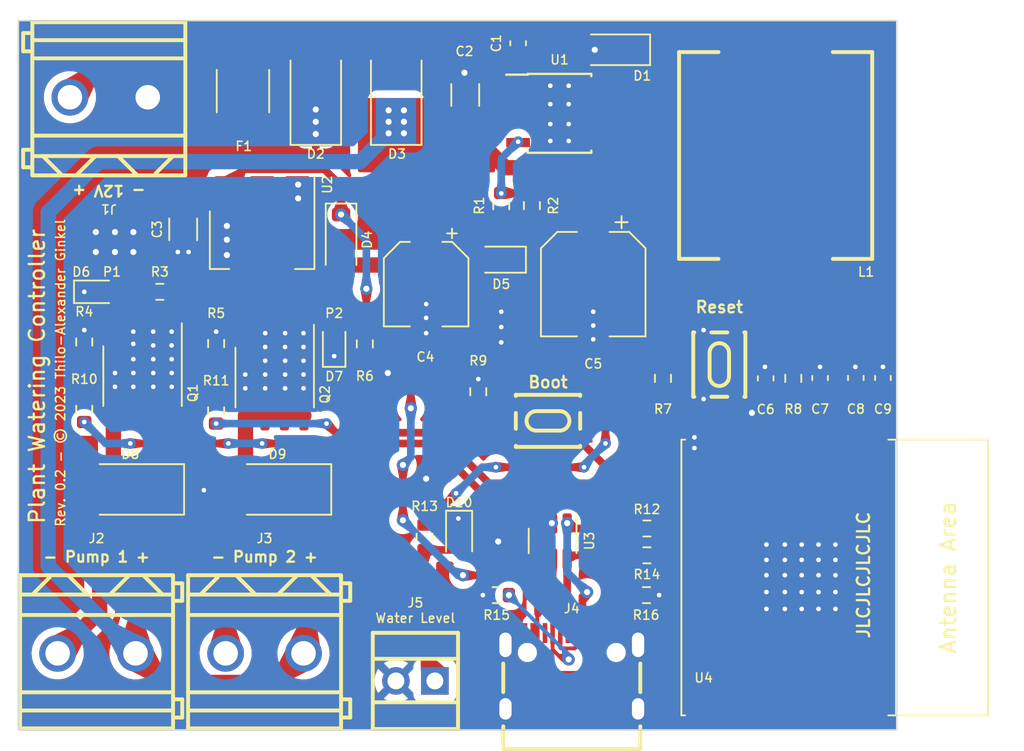
<source format=kicad_pcb>
(kicad_pcb (version 20230410) (generator pcbnew)
  (title_block (title "ESP32-C3 Plant Watering Controller") (date "2023-06-26") (rev "0.2") (company "Thilo-Alexander Ginkel"))
  (layers (0 "F.Cu" signal) (31 "B.Cu" signal) (34 "B.Paste" user) (35 "F.Paste" user) (36 "B.SilkS" user "B.Silkscreen") (37 "F.SilkS" user "F.Silkscreen") (38 "B.Mask" user) (39 "F.Mask" user) (44 "Edge.Cuts" user))
  (net 0 "")
  (net 1 "/USB_VBUS")
  (net 2 "GND")
  (net 3 "+12V")
  (net 4 "Net-(D1-K)")
  (net 5 "+3V3")
  (net 6 "Net-(D6-A)")
  (net 7 "/EN")
  (net 8 "Net-(D4-A)")
  (net 9 "/GPIO6")
  (net 10 "/USB_D+")
  (net 11 "/GPIO3")
  (net 12 "/GPIO4")
  (net 13 "/GPIO5")
  (net 14 "/GPIO7")
  (net 15 "/GPIO10")
  (net 16 "/UART_Rx")
  (net 17 "/UART_Tx")
  (net 18 "/GPIO2")
  (net 19 "/GPIO1")
  (net 20 "/GPIO0")
  (net 21 "Net-(U1-BOOT)")
  (net 22 "Net-(D2-A2)")
  (net 23 "Net-(D7-A)")
  (net 24 "Net-(J1-Pin_1)")
  (net 25 "Net-(J4-CC1)")
  (net 27 "Net-(J4-CC2)")
  (net 29 "Net-(U1-VSENSE)")
  (net 30 "Net-(U4-GPIO8)")
  (net 31 "Net-(U4-GPIO19{slash}USB_D+)")
  (net 32 "Net-(U4-GPIO18{slash}USB_D-)")
  (net 33 "Net-(SW2-A)")
  (net 39 "/USB_D-")
  (net 40 "Net-(D9-A)")
  (net 41 "Net-(D10-A)")
  (net 42 "Net-(R7-Pad1)")
  (net 43 "Net-(Q1-G)")
  (net 44 "Net-(Q2-G)")
  (footprint "Diode_SMD:D_SMA" (layer "F.Cu") (at 135.75 39.5 90)
    (fp_text reference "D3")
    (fp_text value "SS52" hide)
  )
  (footprint "Resistor_SMD:R_0603_1608Metric" (layer "F.Cu") (at 142.275 72.4 180)
    (fp_text reference "R15")
    (fp_text value "5.1k" hide)
  )
  (footprint "Resistor_SMD:R_0603_1608Metric" (layer "F.Cu") (at 115.395 55.875 90)
    (fp_text reference "R4")
    (fp_text value "47k" hide)
  )
  (footprint "lcsc:IND-SMD_L12.6-W13.5" (layer "F.Cu") (at 160.5 43.7 -90)
    (fp_text reference "L1")
    (fp_text value "68uH" hide)
  )
  (footprint "Capacitor_SMD:C_0603_1608Metric" (layer "F.Cu") (at 159.85 58.25 -90)
    (fp_text reference "C6")
    (fp_text value "100n" hide)
  )
  (footprint "Resistor_SMD:R_0603_1608Metric" (layer "F.Cu") (at 142.6 46.975 90)
    (fp_text reference "R1")
    (fp_text value "5.9k" hide)
  )
  (footprint "Resistor_SMD:R_0603_1608Metric" (layer "F.Cu") (at 141.1 59.125 90)
    (fp_text reference "R9")
    (fp_text value "10k" hide)
  )
  (footprint "lcsc:CONN-TH_2P-P5.08_DB128L-5.08-2P-GN-P" (layer "F.Cu") (at 116.999 39.9)
    (fp_text reference "J1")
    (fp_text value "- 12V +")
  )
  (footprint "Resistor_SMD:R_0603_1608Metric" (layer "F.Cu") (at 115.395 60.275 90)
    (fp_text reference "R10")
    (fp_text value "100" hide)
  )
  (footprint "lcsc:CONN-TH_DB125-2.54-2P-GN" (layer "F.Cu") (at 137 78 180)
    (fp_text reference "J5")
    (fp_text value "Water Level")
  )
  (footprint "Resistor_SMD:R_0603_1608Metric" (layer "F.Cu") (at 133.7 56 90)
    (fp_text reference "R6")
    (fp_text value "1k" hide)
  )
  (footprint "Capacitor_SMD:CP_Elec_5x5.8" (layer "F.Cu") (at 137.7 52.1 -90)
    (fp_text reference "C4")
    (fp_text value "10uF" hide)
  )
  (footprint "LED_SMD:LED_0603_1608Metric" (layer "F.Cu") (at 131.7 56.0125 90)
    (fp_text reference "D7")
    (fp_text value "LED" hide)
  )
  (footprint "Capacitor_SMD:C_0603_1608Metric" (layer "F.Cu") (at 163.4 58.225 90)
    (fp_text reference "C7")
    (fp_text value "1u" hide)
  )
  (footprint "lcsc:SW-SMD_4P-L4.2-W3.3-P2.15-LS5.1" (layer "F.Cu") (at 145.65 61.025)
    (fp_text reference "SW2" hide)
    (fp_text value "Boot")
  )
  (footprint "Diode_SMD:D_SOD-123F" (layer "F.Cu") (at 150.1 36.8 180)
    (fp_text reference "D1")
    (fp_text value "PMEG6010CEH,115" hide)
  )
  (footprint "Capacitor_SMD:C_0603_1608Metric" (layer "F.Cu") (at 167.5 58.225 90)
    (fp_text reference "C9")
    (fp_text value "10u" hide)
  )
  (footprint "Package_TO_SOT_SMD:SOT-23-6" (layer "F.Cu") (at 145.95 68.8625 -90)
    (fp_text reference "U3")
    (fp_text value "SRV05-4" hide)
  )
  (footprint "Resistor_SMD:R_0603_1608Metric" (layer "F.Cu") (at 124 60.375 90)
    (fp_text reference "R11")
    (fp_text value "100" hide)
  )
  (footprint "Package_SO:TI_SO-PowerPAD-8_ThermalVias" (layer "F.Cu") (at 146.4 40.95)
    (fp_text reference "U1")
    (fp_text value "TPS5430DDA" hide)
  )
  (footprint "LED_SMD:LED_0603_1608Metric" (layer "F.Cu") (at 116.2125 52.6)
    (fp_text reference "D6")
    (fp_text value "LED" hide)
  )
  (footprint "lcsc:CONN-TH_2P-P5.08_DB128L-5.08-2P-GN-P" (layer "F.Cu") (at 127.16 76.2 180)
    (fp_text reference "J3")
    (fp_text value "- Pump 2 +")
  )
  (footprint "lcsc:CONN-TH_2P-P5.08_DB128L-5.08-2P-GN-P" (layer "F.Cu") (at 116.2 76.2 180)
    (fp_text reference "J2")
    (fp_text value "- Pump 1 +")
  )
  (footprint "Capacitor_SMD:C_1206_3216Metric" (layer "F.Cu") (at 121.85 48.525 -90)
    (fp_text reference "C3")
    (fp_text value "10uF" hide)
  )
  (footprint "Capacitor_SMD:C_0603_1608Metric" (layer "F.Cu") (at 165.73 58.225 90)
    (fp_text reference "C8")
    (fp_text value "100n" hide)
  )
  (footprint "Package_SO:SOIC-8_3.9x4.9mm_P1.27mm" (layer "F.Cu") (at 119.2 58.1 -90)
    (fp_text reference "Q1")
    (fp_text value "IRF7401" hide)
  )
  (footprint "Package_SO:SOIC-8_3.9x4.9mm_P1.27mm" (layer "F.Cu") (at 127.82 58.2 -90)
    (fp_text reference "Q2")
    (fp_text value "IRF7401" hide)
  )
  (footprint "Diode_SMD:D_SOD-323" (layer "F.Cu") (at 142.6 50.5 180)
    (fp_text reference "D5")
    (fp_text value "CUS10S30,H3F" hide)
  )
  (footprint "Resistor_SMD:R_0603_1608Metric" (layer "F.Cu") (at 161.65 58.25 -90)
    (fp_text reference "R8")
    (fp_text value "10k" hide)
  )
  (footprint "Resistor_SMD:R_0603_1608Metric" (layer "F.Cu") (at 152.1 69.8 180)
    (fp_text reference "R14")
    (fp_text value "27" hide)
  )
  (footprint "Diode_SMD:D_SOD-323" (layer "F.Cu") (at 139.85 68.5 -90)
    (fp_text reference "D10")
    (fp_text value "LC03CI" hide)
  )
  (footprint "Resistor_SMD:R_0603_1608Metric" (layer "F.Cu") (at 152.1 68.05 180)
    (fp_text reference "R12")
    (fp_text value "27" hide)
  )
  (footprint "Diode_SMD:D_SOD-123" (layer "F.Cu") (at 132.15 49.2 -90)
    (fp_text reference "D4")
    (fp_text value "1N4148" hide)
  )
  (footprint "lcsc:SW-SMD_4P-L4.2-W3.3-P2.15-LS5.1" (layer "F.Cu") (at 156.825 57.35 90)
    (fp_text reference "SW1" hide)
    (fp_text value "Reset")
  )
  (footprint "Capacitor_SMD:C_1206_3216Metric" (layer "F.Cu") (at 140.25 39.75 90)
    (fp_text reference "C2")
    (fp_text value "10uF" hide)
  )
  (footprint "Resistor_SMD:R_0603_1608Metric" (layer "F.Cu") (at 152.075 72.4)
    (fp_text reference "R16")
    (fp_text value "5.1k" hide)
  )
  (footprint "Resistor_SMD:R_0603_1608Metric" (layer "F.Cu") (at 144.6 46.975 90)
    (fp_text reference "R2")
    (fp_text value "10k" hide)
  )
  (footprint "Fuse:Fuse_1812_4532Metric" (layer "F.Cu") (at 125.75 39.5 90)
    (fp_text reference "F1")
    (fp_text value "BSMD1812-200-24V" hide)
  )
  (footprint "Resistor_SMD:R_0603_1608Metric" (layer "F.Cu") (at 120.325 52.6 180)
    (fp_text reference "R3")
    (fp_text value "1k" hide)
  )
  (footprint "Diode_SMD:D_SMA" (layer "F.Cu") (at 130.5 39.5 90)
    (fp_text reference "D2")
    (fp_text value "SMAJ15CA" hide)
  )
  (footprint "Resistor_SMD:R_0603_1608Metric" (layer "F.Cu") (at 124 55.975 90)
    (fp_text reference "R5")
    (fp_text value "47k" hide)
  )
  (footprint "Resistor_SMD:R_0603_1608Metric" (layer "F.Cu") (at 153.15 58.25 -90)
    (fp_text reference "R7")
    (fp_text value "10k" hide)
  )
  (footprint "Capacitor_SMD:C_0603_1608Metric" (layer "F.Cu") (at 143.7 36.375 90)
    (fp_text reference "C1")
    (fp_text value "10nF" hide)
  )
  (footprint "Diode_SMD:D_SMA" (layer "F.Cu") (at 118.4 65.5 180)
    (fp_text reference "D8")
    (fp_text value "SS56" hide)
  )
  (footprint "lcsc:USB-C_SMD-TYPE-C-31-M-12" (layer "F.Cu") (at 147.2 77.3515)
    (fp_text reference "J4")
    (fp_text value "USB_C_Receptacle_USB2.0" hide)
  )
  (footprint "Package_TO_SOT_SMD:SOT-223-3_TabPin2" (layer "F.Cu") (at 127 49.2 -90)
    (fp_text reference "U2")
    (fp_text value "AMS1117-3.3" hide)
  )
  (footprint "Resistor_SMD:R_0603_1608Metric" (layer "F.Cu") (at 137.6 68.625 90)
    (fp_text reference "R13")
    (fp_text value "47k" hide)
  )
  (footprint "Diode_SMD:D_SMA" (layer "F.Cu") (at 128 65.5 180)
    (fp_text reference "D9")
    (fp_text value "SS56" hide)
  )
  (footprint "PCM_Espressif:ESP32-C3-WROOM-02" (layer "F.Cu") (at 161.35 71.25 -90)
    (fp_text reference "U4")
    (fp_text value "ESP32-C3-WROOM-02" hide)
  )
  (footprint "Capacitor_SMD:CP_Elec_6.3x7.7" (layer "F.Cu") (at 148.6 52.1 -90)
    (fp_text reference "C5")
    (fp_text value "150uF" hide)
  )
  (gr_line (start 111.1 34.9) (end 111.1 81.2) (stroke (width 0.1)) (layer "Edge.Cuts"))
  (gr_line (start 168.4 34.9) (end 111.1 34.9) (stroke (width 0.1)) (layer "Edge.Cuts"))
  (gr_line (start 168.4 81.2) (end 168.4 34.9) (stroke (width 0.1)) (layer "Edge.Cuts"))
  (gr_line (start 111.1 81.2) (end 168.4 81.2) (stroke (width 0.1)) (layer "Edge.Cuts"))
  (gr_text "Rev. 0.2 - © 2023 Thilo-Alexander Ginkel" (at 114.2 47.8 90) (layer "F.SilkS") (effects (font (size 0.6 0.6) (thickness 0.1) bold) (justify right bottom)))
  (gr_text "Plant Watering Controller" (at 112.9 48.4 90) (layer "F.SilkS") (effects (font (size 1 1)) (justify right bottom)))
  (gr_text "JLCJLCJLCJLC" (at 166.7 75.3 90) (layer "F.SilkS") (effects (font (size 0.8 0.8)) (justify left bottom)))
  (segment (start 132.15 47.55) (end 132.15 45.693796) (width 0.5) (layer "F.Cu") (net 1))
  (segment (start 149.1 76.085547) (end 149.45 75.735547) (width 0.25) (layer "F.Cu") (net 1))
  (segment (start 145.3 76.6) (end 146.3 77.6) (width 0.5) (layer "F.Cu") (net 1))
  (segment (start 124.7 45.701) (end 124.7 46.05) (width 0.5) (layer "F.Cu") (net 1))
  (segment (start 122.85 46.05) (end 121.85 47.05) (width 0.5) (layer "F.Cu") (net 1))
  (segment (start 132.15 45.693796) (end 131.056704 44.6005) (width 0.5) (layer "F.Cu") (net 1))
  (segment (start 146.3 77.6) (end 148 77.6) (width 0.5) (layer "F.Cu") (net 1))
  (segment (start 140.112 71.112) (end 145.398321 71.112) (width 0.5) (layer "F.Cu") (net 1))
  (segment (start 145.95 70.560321) (end 145.95 70) (width 0.5) (layer "F.Cu") (net 1))
  (segment (start 145.95 71.956468) (end 145 72.906468) (width 0.5) (layer "F.Cu") (net 1))
  (segment (start 136.7 56.781468) (end 133.8 53.881468) (width 0.5) (layer "F.Cu") (net 1))
  (segment (start 125.8005 44.6005) (end 124.7 45.701) (width 0.5) (layer "F.Cu") (net 1))
  (segment (start 144.95 74.8775) (end 144.95 73.65) (width 0.25) (layer "F.Cu") (net 1))
  (segment (start 145.3 76.2) (end 145.3 76.085547) (width 0.25) (layer "F.Cu") (net 1))
  (segment (start 145.95 70) (end 145.95 71.956468) (width 0.5) (layer "F.Cu") (net 1))
  (segment (start 145.3 76.085547) (end 144.95 75.735547) (width 0.25) (layer "F.Cu") (net 1))
  (segment (start 136.184668 63.9) (end 136.184668 67.515332) (width 0.5) (layer "F.Cu") (net 1))
  (segment (start 149.45 75.735547) (end 149.45 74.8775) (width 0.25) (layer "F.Cu") (net 1))
  (segment (start 145.398321 71.112) (end 145.95 70.560321) (width 0.5) (layer "F.Cu") (net 1))
  (segment (start 145.3 76.2) (end 145.3 76.6) (width 0.5) (layer "F.Cu") (net 1))
  (segment (start 149.1 76.3) (end 149.1 76.085547) (width 0.25) (layer "F.Cu") (net 1))
  (segment (start 133.8 53.881468) (end 133.8 52.4) (width 0.5) (layer "F.Cu") (net 1))
  (segment (start 140.100689 71.100689) (end 140.112 71.112) (width 0.5) (layer "F.Cu") (net 1))
  (segment (start 144.65 74.8775) (end 144.95 74.8775) (width 0.25) (layer "F.Cu") (net 1))
  (segment (start 136.7 60.2) (end 136.7 56.781468) (width 0.5) (layer "F.Cu") (net 1))
  (segment (start 148 77.6) (end 149.1 76.5) (width 0.5) (layer "F.Cu") (net 1))
  (segment (start 131.056704 44.6005) (end 125.8005 44.6005) (width 0.5) (layer "F.Cu") (net 1))
  (segment (start 124.7 46.05) (end 122.85 46.05) (width 0.5) (layer "F.Cu") (net 1))
  (segment (start 149.75 74.8775) (end 149.45 74.8775) (width 0.25) (layer "F.Cu") (net 1))
  (segment (start 145 72.906468) (end 145 73.6) (width 0.5) (layer "F.Cu") (net 1))
  (segment (start 149.1 76.5) (end 149.1 76.3) (width 0.5) (layer "F.Cu") (net 1))
  (segment (start 144.95 75.735547) (end 144.95 74.8775) (width 0.25) (layer "F.Cu") (net 1))
  (via (at 133.8 52.4) (size 0.8) (drill 0.4) (layers "F.Cu" "B.Cu") (net 1))
  (via (at 136.7 60.2) (size 0.8) (drill 0.4) (layers "F.Cu" "B.Cu") (net 1))
  (via (at 140.100689 71.100689) (size 0.8) (drill 0.4) (layers "F.Cu" "B.Cu") (net 1))
  (via (at 136.184668 67.515332) (size 0.8) (drill 0.4) (layers "F.Cu" "B.Cu") (net 1))
  (via (at 132.15 47.55) (size 0.8) (drill 0.4) (layers "F.Cu" "B.Cu") (net 1))
  (via (at 136.184668 63.9) (size 0.8) (drill 0.4) (layers "F.Cu" "B.Cu") (net 1))
  (segment (start 139.770025 71.100689) (end 136.184668 67.515332) (width 0.5) (layer "B.Cu") (net 1))
  (segment (start 133.8 52.4) (end 133.8 49.2) (width 0.5) (layer "B.Cu") (net 1))
  (segment (start 136.7 60.2) (end 136.7 63.384668) (width 0.5) (layer "B.Cu") (net 1))
  (segment (start 133.8 49.2) (end 132.15 47.55) (width 0.5) (layer "B.Cu") (net 1))
  (segment (start 136.7 63.384668) (end 136.184668 63.9) (width 0.5) (layer "B.Cu") (net 1))
  (segment (start 140.100689 71.100689) (end 139.770025 71.100689) (width 0.5) (layer "B.Cu") (net 1))
  (segment (start 143.85 74.8775) (end 144.15 74.8775) (width 0.25) (layer "F.Cu") (net 2))
  (segment (start 150.25 74.8775) (end 150.55 74.8775) (width 0.25) (layer "F.Cu") (net 2))
  (via (at 163.3 69.1) (size 0.7) (drill 0.3) (layers "F.Cu" "B.Cu") (net 2))
  (via (at 127.2 55.3) (size 0.7) (drill 0.3) (layers "F.Cu" "B.Cu") (net 2))
  (via (at 129.7 58) (size 0.7) (drill 0.3) (layers "F.Cu" "B.Cu") (net 2))
  (via (at 140.2 38.3) (size 0.8) (drill 0.4) (layers "F.Cu" "B.Cu") (net 2))
  (via (at 159.9 71.1) (size 0.7) (drill 0.3) (layers "F.Cu" "B.Cu") (net 2))
  (via (at 118.6 50) (size 0.8) (drill 0.4) (layers "F.Cu" "B.Cu") (net 2))
  (via (at 129.7 57.1) (size 0.7) (drill 0.3) (layers "F.Cu" "B.Cu") (net 2))
  (via (at 163.3 71.1) (size 0.7) (drill 0.3) (layers "F.Cu" "B.Cu") (net 2))
  (via (at 159.9 72.2) (size 0.7) (drill 0.3) (layers "F.Cu" "B.Cu") (net 2))
  (via (at 124.7 49.2) (size 0.8) (drill 0.4) (layers "F.Cu" "B.Cu") (net 2))
  (via (at 129.7 55.3) (size 0.7) (drill 0.3) (layers "F.Cu" "B.Cu") (net 2))
  (via (at 161.1 71.1) (size 0.7) (drill 0.3) (layers "F.Cu" "B.Cu") (net 2))
  (via (at 152.9 72.4) (size 0.7) (drill 0.3) (layers "F.Cu" "B.Cu") (net 2))
  (via (at 119.895 56.1) (size 0.7) (drill 0.3) (layers "F.Cu" "B.Cu") (net 2))
  (via (at 145.9 67.7) (size 0.8) (drill 0.4) (layers "F.Cu" "B.Cu") (net 2))
  (via (at 162.2 70.1) (size 0.7) (drill 0.3) (layers "F.Cu" "B.Cu") (net 2))
  (via (at 127.2 56.2) (size 0.7) (drill 0.3) (layers "F.Cu" "B.Cu") (net 2))
  (via (at 163.4 57.5) (size 0.7) (drill 0.3) (layers "F.Cu" "B.Cu") (net 2))
  (via (at 117.4 48.7) (size 0.8) (drill 0.4) (layers "F.Cu" "B.Cu") (net 2))
  (via (at 164.4 69.1) (size 0.7) (drill 0.3) (layers "F.Cu" "B.Cu") (net 2))
  (via (at 155.8 59.6) (size 0.7) (drill 0.3) (layers "F.Cu" "B.Cu") (net 2))
  (via (at 121.095 55.2) (size 0.7) (drill 0.3) (layers "F.Cu" "B.Cu") (net 2))
  (via (at 142.4 68.9) (size 0.8) (drill 0.4) (layers "F.Cu" "B.Cu") (net 2))
  (via (at 167.5 57.5) (size 0.7) (drill 0.3) (layers "F.Cu" "B.Cu") (net 2))
  (via (at 164.4 70.1) (size 0.7) (drill 0.3) (layers "F.Cu" "B.Cu") (net 2))
  (via (at 125.9 58.9) (size 0.7) (drill 0.3) (layers "F.Cu" "B.Cu") (net 2))
  (via (at 159.9 73.3) (size 0.7) (drill 0.3) (layers "F.Cu" "B.Cu") (net 2))
  (via (at 148.6 53.9) (size 0.7) (drill 0.3) (layers "F.Cu" "B.Cu") (net 2))
  (via (at 129.7 56.2) (size 0.7) (drill 0.3) (layers "F.Cu" "B.Cu") (net 2))
  (via (at 118.6 48.7) (size 0.8) (drill 0.4) (layers "F.Cu" "B.Cu") (net 2))
  (via (at 164.4 73.3) (size 0.7) (drill 0.3) (layers "F.Cu" "B.Cu") (net 2))
  (via (at 161.1 70.1) (size 0.7) (drill 0.3) (layers "F.Cu" "B.Cu") (net 2))
  (via (at 119.895 55.2) (size 0.7) (drill 0.3) (layers "F.Cu" "B.Cu") (net 2))
  (via (at 118.6 57) (size 0.7) (drill 0.3) (layers "F.Cu" "B.Cu") (net 2))
  (via (at 124 55.2) (size 0.7) (drill 0.3) (layers "F.Cu" "B.Cu") (net 2))
  (via (at 139.8 67.4) (size 0.7) (drill 0.3) (layers "F.Cu" "B.Cu") (net 2))
  (via (at 128.5 58.9) (size 0.7) (drill 0.3) (layers "F.Cu" "B.Cu") (net 2))
  (via (at 163.3 70.1) (size 0.7) (drill 0.3) (layers "F.Cu" "B.Cu") (net 2))
  (via (at 119.9 58.8) (size 0.7) (drill 0.3) (layers "F.Cu" "B.Cu") (net 2))
  (via (at 128.5 57.1) (size 0.7) (drill 0.3) (layers "F.Cu" "B.Cu") (net 2))
  (via (at 137.7 64.8) (size 0.8) (drill 0.4) (layers "F.Cu" "B.Cu") (net 2))
  (via (at 119.9 57) (size 0.7) (drill 0.3) (layers "F.Cu" "B.Cu") (net 2))
  (via (at 161.1 69.1) (size 0.7) (drill 0.3) (layers "F.Cu" "B.Cu") (net 2))
  (via (at 130.5 41.5) (size 0.8) (drill 0.4) (layers "F.Cu" "B.Cu") (net 2))
  (via (at 158.95 60.5) (size 0.8) (drill 0.4) (layers "F.Cu" "B.Cu") (net 2))
  (via (at 116.15 48.7) (size 0.8) (drill 0.4) (layers "F.Cu" "B.Cu") (net 2))
  (via (at 165.7 57.5) (size 0.7) (drill 0.3) (layers "F.Cu" "B.Cu") (net 2))
  (via (at 137.7 54.3) (size 0.7) (drill 0.3) (layers "F.Cu" "B.Cu") (net 2))
  (via (at 155.8 55.1) (size 0.7) (drill 0.3) (layers "F.Cu" "B.Cu") (net 2))
  (via (at 159.9 69.1) (size 0.7) (drill 0.3) (layers "F.Cu" "B.Cu") (net 2))
  (via (at 127.2 58) (size 0.7) (drill 0.3) (layers "F.Cu" "B.Cu") (net 2))
  (via (at 162.2 73.3) (size 0.7) (drill 0.3) (layers "F.Cu" "B.Cu") (net 2))
  (via (at 142.6 55.9) (size 0.7) (drill 0.3) (layers "F.Cu" "B.Cu") (net 2))
  (via (at 148.6 55.7) (size 0.7) (drill 0.3) (layers "F.Cu" "B.Cu") (net 2))
  (via (at 137.7 53.4) (size 0.7) (drill 0.3) (layers "F.Cu" "B.Cu") (net 2))
  (via (at 137.7 55.3) (size 0.7) (drill 0.3) (layers "F.Cu" "B.Cu") (net 2))
  (via (at 162.2 72.2) (size 0.7) (drill 0.3) (layers "F.Cu" "B.Cu") (net 2))
  (via (at 125.9 58) (size 0.7) (drill 0.3) (layers "F.Cu" "B.Cu") (net 2))
  (via (at 164.4 72.2) (size 0.7) (drill 0.3) (layers "F.Cu" "B.Cu") (net 2))
  (via (at 121.1 57.9) (size 0.7) (drill 0.3) (layers "F.Cu" "B.Cu") (net 2))
  (via (at 121.1 58.8) (size 0.7) (drill 0.3) (layers "F.Cu" "B.Cu") (net 2))
  (via (at 128.5 56.2) (size 0.7) (drill 0.3) (layers "F.Cu" "B.Cu") (net 2))
  (via (at 155.2 62.8) (size 0.7) (drill 0.3) (layers "F.Cu" "B.Cu") (net 2))
  (via (at 117.4 57.9) (size 0.7) (drill 0.3) (layers "F.Cu" "B.Cu") (net 2))
  (via (at 164.4 71.1) (size 0.7) (drill 0.3) (layers "F.Cu" "B.Cu") (net 2))
  (via (at 119.9 57.9) (size 0.7) (drill 0.3) (layers "F.Cu" "B.Cu") (net 2))
  (via (at 123.2 65.55) (size 0.7) (drill 0.3) (layers "F.Cu" "B.Cu") (net 2))
  (via (at 142.6 54.9) (size 0.7) (drill 0.3) (layers "F.Cu" "B.Cu") (net 2))
  (via (at 115.4 55.1) (size 0.7) (drill 0.3) (layers "F.Cu" "B.Cu") (net 2))
  (via (at 148.6 54.8) (size 0.7) (drill 0.3) (layers "F.Cu" "B.Cu") (net 2))
  (via (at 159.8 57.5) (size 0.7) (drill 0.3) (layers "F.Cu" "B.Cu") (net 2))
  (via (at 148.7 36.8) (size 0.8) (drill 0.4) (layers "F.Cu" "B.Cu") (net 2))
  (via (at 118.6 58.8) (size 0.7) (drill 0.3) (layers "F.Cu" "B.Cu") (net 2))
  (via (at 131.7 56.8) (size 0.7) (drill 0.3) (layers "F.Cu" "B.Cu") (net 2))
  (via (at 129.35 46.5) (size 0.8) (drill 0.4) (layers "F.Cu" "B.Cu") (net 2))
  (via (at 127.2 58.9) (size 0.7) (drill 0.3) (layers "F.Cu" "B.Cu") (net 2))
  (via (at 129.35 45.6) (size 0.8) (drill 0.4) (layers "F.Cu" "B.Cu") (net 2))
  (via (at 161.1 73.3) (size 0.7) (drill 0.3) (layers "F.Cu" "B.Cu") (net 2))
  (via (at 118.595 56) (size 0.7) (drill 0.3) (layers "F.Cu" "B.Cu") (net 2))
  (via (at 116.15 50) (size 0.8) (drill 0.4) (layers "F.Cu" "B.Cu") (net 2))
  (via (at 155.2 62.1) (size 0.7) (drill 0.3) (layers "F.Cu" "B.Cu") (net 2))
  (via (at 117.4 50) (size 0.8) (drill 0.4) (layers "F.Cu" "B.Cu") (net 2))
  (via (at 161.1 72.2) (size 0.7) (drill 0.3) (layers "F.Cu" "B.Cu") (net 2))
  (via (at 121.095 56.1) (size 0.7) (drill 0.3) (layers "F.Cu" "B.Cu") (net 2))
  (via (at 162.2 71.1) (size 0.7) (drill 0.3) (layers "F.Cu" "B.Cu") (net 2))
  (via (at 163.3 73.3) (size 0.7) (drill 0.3) (layers "F.Cu" "B.Cu") (net 2))
  (via (at 128.5 55.3) (size 0.7) (drill 0.3) (layers "F.Cu" "B.Cu") (net 2))
  (via (at 121.1 57) (size 0.7) (drill 0.3) (layers "F.Cu" "B.Cu") (net 2))
  (via (at 135.2 57.9) (size 0.8) (drill 0.4) (layers "F.Cu" "B.Cu") (net 2))
  (via (at 127.2 57.1) (size 0.7) (drill 0.3) (layers "F.Cu" "B.Cu") (net 2))
  (via (at 122.2 50) (size 0.7) (drill 0.3) (layers "F.Cu" "B.Cu") (net 2))
  (via (at 141.4 72.4) (size 0.7) (drill 0.3) (layers "F.Cu" "B.Cu") (net 2))
  (via (at 117.4 58.8) (size 0.7) (drill 0.3) (layers "F.Cu" "B.Cu") (net 2))
  (via (at 129.7 58.9) (size 0.7) (drill 0.3) (layers "F.Cu" "B.Cu") (net 2))
  (via (at 141.1 58.3) (size 0.7) (drill 0.3) (layers "F.Cu" "B.Cu") (net 2))
  (via (at 162.2 69.1) (size 0.7) (drill 0.3) (layers "F.Cu" "B.Cu") (net 2))
  (via (at 115.4 52.6) (size 0.7) (drill 0.3) (layers "F.Cu" "B.Cu") (net 2))
  (via (at 118.6 57.9) (size 0.7) (drill 0.3) (layers "F.Cu" "B.Cu") (net 2))
  (via (at 128.5 58) (size 0.7) (drill 0.3) (layers "F.Cu" "B.Cu") (net 2))
  (via (at 130.5 42.3) (size 0.8) (drill 0.4) (layers "F.Cu" "B.Cu") (net 2))
  (via (at 130.5 40.7) (size 0.8) (drill 0.4) (layers "F.Cu" "B.Cu") (net 2))
  (via (at 142.6 53.9) (size 0.7) (drill 0.3) (layers "F.Cu" "B.Cu") (net 2))
  (via (at 124.7 50.2) (size 0.8) (drill 0.4) (layers "F.Cu" "B.Cu") (net 2))
  (via (at 121.5 50) (size 0.7) (drill 0.3) (layers "F.Cu" "B.Cu") (net 2))
  (via (at 159.9 70.1) (size 0.7) (drill 0.3) (layers "F.Cu" "B.Cu") (net 2))
  (via (at 163.3 72.2) (size 0.7) (drill 0.3) (layers "F.Cu" "B.Cu") (net 2))
  (via (at 118.595 55.2) (size 0.7) (drill 0.3) (layers "F.Cu" "B.Cu") (net 2))
  (via (at 124.7 48.3) (size 0.8) (drill 0.4) (layers "F.Cu" "B.Cu") (net 2))
  (segment (start 129.7 76.2) (end 127.8005 78.0995) (width 1) (layer "F.Cu") (net 3))
  (segment (start 150.6295 40.315) (end 149.1 40.315) (width 1) (layer "F.Cu") (net 3))
  (segment (start 140.25 41.879) (end 142.871 44.5) (width 1) (layer "F.Cu") (net 3))
  (segment (start 130 75.9) (end 130 65.5) (width 1) (layer "F.Cu") (net 3))
  (segment (start 150.3 44.5) (end 150.9 43.9) (width 1) (layer "F.Cu") (net 3))
  (segment (start 118.74 76.2) (end 118.74 67.16) (width 1) (layer "F.Cu") (net 3))
  (segment (start 150.9 43.9) (end 150.9 40.5855) (width 1) (layer "F.Cu") (net 3))
  (segment (start 118.74 67.16) (end 120.4 65.5) (width 1) (layer "F.Cu") (net 3))
  (segment (start 120.6395 78.0995) (end 118.74 76.2) (width 1) (layer "F.Cu") (net 3))
  (segment (start 127.8005 78.0995) (end 120.6395 78.0995) (width 1) (layer "F.Cu") (net 3))
  (segment (start 140.25 41.225) (end 140.25 41.879) (width 1) (layer "F.Cu") (net 3))
  (segment (start 129.7 76.2) (end 130 75.9) (width 1) (layer "F.Cu") (net 3))
  (segment (start 142.871 44.5) (end 150.3 44.5) (width 1) (layer "F.Cu") (net 3))
  (segment (start 150.9 40.5855) (end 150.6295 40.315) (width 1) (layer "F.Cu") (net 3))
  (via (at 135.25 40.75) (size 0.8) (drill 0.4) (layers "F.Cu" "B.Cu") (net 3))
  (via (at 136.25 40.75) (size 0.8) (drill 0.4) (layers "F.Cu" "B.Cu") (net 3))
  (via (at 135.25 41.5) (size 0.8) (drill 0.4) (layers "F.Cu" "B.Cu") (net 3))
  (via (at 136.25 41.5) (size 0.8) (drill 0.4) (layers "F.Cu" "B.Cu") (net 3))
  (via (at 136.25 42.25) (size 0.8) (drill 0.4) (layers "F.Cu" "B.Cu") (net 3))
  (via (at 135.25 42.25) (size 0.8) (drill 0.4) (layers "F.Cu" "B.Cu") (net 3))
  (segment (start 133.4 44.1) (end 116.35 44.1) (width 1) (layer "B.Cu") (net 3))
  (segment (start 113.042109 47.407891) (end 113.042109 70.502109) (width 1) (layer "B.Cu") (net 3))
  (segment (start 116.35 44.1) (end 113.042109 47.407891) (width 1) (layer "B.Cu") (net 3))
  (segment (start 113.042109 70.502109) (end 118.74 76.2) (width 1) (layer "B.Cu") (net 3))
  (segment (start 135.25 42.25) (end 133.4 44.1) (width 1) (layer "B.Cu") (net 3))
  (segment (start 152.955 39.045) (end 153.1 38.9) (width 1) (layer "F.Cu") (net 4))
  (segment (start 149.1 39.045) (end 152.955 39.045) (width 1) (layer "F.Cu") (net 4))
  (segment (start 165.73 59) (end 167.5 59) (width 0.8) (layer "F.Cu") (net 5))
  (segment (start 165.1 59) (end 164.6 58.5) (width 0.8) (layer "F.Cu") (net 5))
  (segment (start 164 53) (end 164 56.3005) (width 1) (layer "F.Cu") (net 5))
  (segment (start 153.15 57.4) (end 153.15 52.05) (width 0.5) (layer "F.Cu") (net 5))
  (segment (start 164.128887 56.4) (end 162.675 56.4) (width 0.5) (layer "F.Cu") (net 5))
  (segment (start 149.4 62.5) (end 149.4 61.175) (width 0.5) (layer "F.Cu") (net 5))
  (segment (start 153.15 57.42) (end 153.14 57.41) (width 0.5) (layer "F.Cu") (net 5))
  (segment (start 153.15 52.05) (end 154.1 51.1) (width 0.5) (layer "F.Cu") (net 5))
  (segment (start 164.6 58.5) (end 164.6 56.871113) (width 0.8) (layer "F.Cu") (net 5))
  (segment (start 164.279387 56.5505) (end 164.128887 56.4) (width 0.5) (layer "F.Cu") (net 5))
  (segment (start 143.65 50.5) (end 144.8 50.5) (width 1) (layer "F.Cu") (net 5))
  (segment (start 167.25 59.25) (end 167.5 59) (width 0.8) (layer "F.Cu") (net 5))
  (segment (start 165.73 59) (end 165.1 59) (width 0.8) (layer "F.Cu") (net 5))
  (segment (start 139.65 65.75) (end 137.6 67.8) (width 0.5) (layer "F.Cu") (net 5))
  (segment (start 142.25 64.05) (end 147.980502 64.05) (width 0.5) (layer "F.Cu") (net 5))
  (segment (start 153.15 57.425) (end 153.15 57.42) (width 0.5) (layer "F.Cu") (net 5))
  (segment (start 162.675 56.4) (end 161.65 57.425) (width 0.5) (layer "F.Cu") (net 5))
  (segment (start 167.25 62.5) (end 167.25 59.25) (width 0.8) (layer "F.Cu") (net 5))
  (segment (start 149.4 61.175) (end 153.15 57.425) (width 0.5) (layer "F.Cu") (net 5))
  (segment (start 153.14 57.41) (end 153.15 57.4) (width 0.5) (layer "F.Cu") (net 5))
  (segment (start 164.6 56.871113) (end 164.279387 56.5505) (width 0.8) (layer "F.Cu") (net 5))
  (segment (start 160.5 49.5) (end 164 53) (width 1) (layer "F.Cu") (net 5))
  (segment (start 144.8 50.5) (end 144.9 50.4) (width 0.5) (layer "F.Cu") (net 5))
  (via (at 139.65 65.75) (size 0.7) (drill 0.3) (layers "F.Cu" "B.Cu") (net 5))
  (via (at 148 64.05) (size 0.7) (drill 0.3) (layers "F.Cu" "B.Cu") (net 5))
  (via (at 142.25 64.05) (size 0.7) (drill 0.3) (layers "F.Cu" "B.Cu") (net 5))
  (via (at 149.4 62.5) (size 0.7) (drill 0.3) (layers "F.Cu" "B.Cu") (net 5))
  (segment (start 141.35 64.05) (end 142.25 64.05) (width 0.5) (layer "B.Cu") (net 5))
  (segment (start 139.65 65.75) (end 141.35 64.05) (width 0.5) (layer "B.Cu") (net 5))
  (segment (start 148 63.9) (end 149.4 62.5) (width 0.5) (layer "B.Cu") (net 5))
  (segment (start 148 64.05) (end 148 63.9) (width 0.5) (layer "B.Cu") (net 5))
  (segment (start 117.295 60.575) (end 117.295 64.605) (width 1) (layer "F.Cu") (net 6))
  (segment (start 117.295 64.605) (end 116.4 65.5) (width 1) (layer "F.Cu") (net 6))
  (segment (start 117.295 60.575) (end 121.105 60.575) (width 1) (layer "F.Cu") (net 6))
  (segment (start 116.4 73.46) (end 113.66 76.2) (width 1) (layer "F.Cu") (net 6))
  (segment (start 116.4 65.5) (end 116.4 73.46) (width 1) (layer "F.Cu") (net 6))
  (segment (start 159.9 59.075) (end 159.85 59.025) (width 0.5) (layer "F.Cu") (net 7))
  (segment (start 165.75 61.35) (end 163.4 59) (width 0.5) (layer "F.Cu") (net 7))
  (segment (start 157.9 59.6) (end 157.9 55.1) (width 0.5) (layer "F.Cu") (net 7))
  (segment (start 163.325 59.075) (end 159.9 59.075) (width 0.5) (layer "F.Cu") (net 7))
  (segment (start 165.75 62.5) (end 165.75 61.35) (width 0.5) (layer "F.Cu") (net 7))
  (segment (start 158.475 59.025) (end 157.9 59.6) (width 0.5) (layer "F.Cu") (net 7))
  (segment (start 159.85 59.025) (end 158.475 59.025) (width 0.5) (layer "F.Cu") (net 7))
  (segment (start 163.4 59) (end 163.325 59.075) (width 0.5) (layer "F.Cu") (net 7))
  (segment (start 141.55 50.5) (end 138.3 50.5) (width 1) (layer "F.Cu") (net 8))
  (segment (start 136.75 50.85) (end 137.7 49.9) (width 1) (layer "F.Cu") (net 8))
  (segment (start 132.15 50.85) (end 136.75 50.85) (width 1) (layer "F.Cu") (net 8))
  (segment (start 130.65 52.35) (end 132.15 50.85) (width 1) (layer "F.Cu") (net 8))
  (segment (start 138.3 50.5) (end 137.7 49.9) (width 1) (layer "F.Cu") (net 8))
  (segment (start 127 52.35) (end 127 46.05) (width 1) (layer "F.Cu") (net 8))
  (segment (start 127 52.35) (end 130.65 52.35) (width 1) (layer "F.Cu") (net 8))
  (segment (start 161.25 63.099) (end 161.25 62.5) (width 0.5) (layer "F.Cu") (net 9))
  (segment (start 131.8 61.8) (end 138.5 61.8) (width 0.5) (layer "F.Cu") (net 9))
  (segment (start 159.249 65.1) (end 161.25 63.099) (width 0.5) (layer "F.Cu") (net 9))
  (segment (start 138.5 61.8) (end 141.8 65.1) (width 0.5) (layer "F.Cu") (net 9))
  (segment (start 131.2 61.2) (end 131.8 61.8) (width 0.5) (layer "F.Cu") (net 9))
  (segment (start 133.7 56.825) (end 133.7 61.8) (width 0.25) (layer "F.Cu") (net 9))
  (segment (start 141.8 65.1) (end 159.249 65.1) (width 0.5) (layer "F.Cu") (net 9))
  (via (at 124 61.2) (size 0.7) (drill 0.3) (layers "F.Cu" "B.Cu") (net 9))
  (via (at 131.2 61.2) (size 0.7) (drill 0.3) (layers "F.Cu" "B.Cu") (net 9))
  (segment (start 131.2 61.2) (end 124 61.2) (width 0.5) (layer "B.Cu") (net 9))
  (segment (start 146.95 73.9775) (end 146.95 74.8775) (width 0.25) (layer "F.Cu") (net 10))
  (segment (start 147.95 74.8775) (end 147.95 73.9285) (width 0.25) (layer "F.Cu") (net 10))
  (segment (start 146.9 67.725) (end 146.9 67.7) (width 0.5) (layer "F.Cu") (net 10))
  (segment (start 147.95 73.9285) (end 147.9245 73.903) (width 0.25) (layer "F.Cu") (net 10))
  (segment (start 147.9245 73.903) (end 147.0245 73.903) (width 0.25) (layer "F.Cu") (net 10))
  (segment (start 147.0245 73.903) (end 146.95 73.9775) (width 0.25) (layer "F.Cu") (net 10))
  (segment (start 151.275 68.05) (end 147.225 68.05) (width 0.5) (layer "F.Cu") (net 10))
  (segment (start 147.225 68.05) (end 146.9 67.725) (width 0.5) (layer "F.Cu") (net 10))
  (segment (start 148.2 72.2) (end 147.897 72.503) (width 0.5) (layer "F.Cu") (net 10))
  (segment (start 146.875 67.7) (end 146.9 67.725) (width 0.5) (layer "F.Cu") (net 10))
  (segment (start 147.897 72.503) (end 147.897 73.778) (width 0.5) (layer "F.Cu") (net 10))
  (segment (start 146.9 67.7) (end 146.875 67.7) (width 0.5) (layer "F.Cu") (net 10))
  (via (at 148.2 72.2) (size 0.8) (drill 0.4) (layers "F.Cu" "B.Cu") (net 10))
  (via (at 146.9 67.7) (size 0.8) (drill 0.4) (layers "F.Cu" "B.Cu") (net 10))
  (segment (start 146.9 67.7) (end 146.9 70.9) (width 0.5) (layer "B.Cu") (net 10))
  (segment (start 146.9 70.9) (end 148.2 72.2) (width 0.5) (layer "B.Cu") (net 10))
  (segment (start 139.85 68.8) (end 142.15 66.5) (width 0.5) (layer "F.Cu") (net 12))
  (segment (start 160.849 66.5) (end 164.25 63.099) (width 0.5) (layer "F.Cu") (net 12))
  (segment (start 142.15 66.5) (end 160.849 66.5) (width 0.5) (layer "F.Cu") (net 12))
  (segment (start 137.6 69.45) (end 139.75 69.45) (width 0.5) (layer "F.Cu") (net 12))
  (segment (start 139.85 69.55) (end 139.85 68.8) (width 0.5) (layer "F.Cu") (net 12))
  (segment (start 137.6 77.2) (end 137.6 69.45) (width 0.5) (layer "F.Cu") (net 12))
  (segment (start 164.25 63.099) (end 164.25 62.5) (width 0.5) (layer "F.Cu") (net 12))
  (segment (start 139.75 69.45) (end 139.85 69.55) (width 0.5) (layer "F.Cu") (net 12))
  (segment (start 138.1 77.7) (end 137.6 77.2) (width 0.5) (layer "F.Cu") (net 12))
  (segment (start 141.410758 65.8) (end 160.049 65.8) (width 0.5) (layer "F.Cu") (net 13))
  (segment (start 138.110758 62.5) (end 141.410758 65.8) (width 0.5) (layer "F.Cu") (net 13))
  (segment (start 118.4 62.5) (end 124.8 62.5) (width 0.5) (layer "F.Cu") (net 13))
  (segment (start 162.75 63.099) (end 162.75 62.5) (width 0.5) (layer "F.Cu") (net 13))
  (segment (start 160.049 65.8) (end 162.75 63.099) (width 0.5) (layer "F.Cu") (net 13))
  (segment (start 121.15 52.6) (end 122.55 54) (width 0.25) (layer "F.Cu") (net 13))
  (segment (start 122.55 54) (end 122.55 62.45) (width 0.25) (layer "F.Cu") (net 13))
  (segment (start 127 62.5) (end 138.110758 62.5) (width 0.5) (layer "F.Cu") (net 13))
  (via (at 127 62.5) (size 0.7) (drill 0.3) (layers "F.Cu" "B.Cu") (net 13))
  (via (at 118.4 62.5) (size 0.7) (drill 0.3) (layers "F.Cu" "B.Cu") (net 13))
  (via (at 124.8 62.5) (size 0.7) (drill 0.3) (layers "F.Cu" "B.Cu") (net 13))
  (via (at 115.395 61.1) (size 0.7) (drill 0.3) (layers "F.Cu" "B.Cu") (net 13))
  (segment (start 116.795 62.5) (end 115.395 61.1) (width 0.5) (layer "B.Cu") (net 13))
  (segment (start 118.4 62.5) (end 116.795 62.5) (width 0.5) (layer "B.Cu") (net 13))
  (segment (start 127 62.5) (end 124.8 62.5) (width 0.5) (layer "B.Cu") (net 13))
  (segment (start 143.7 37.15) (end 143.7 39.045) (width 0.5) (layer "F.Cu") (net 21))
  (segment (start 130.5 37.5) (end 135.75 37.5) (width 1) (layer "F.Cu") (net 22))
  (segment (start 125.75 37.3625) (end 130.3625 37.3625) (width 1) (layer "F.Cu") (net 22))
  (segment (start 130.3625 37.3625) (end 130.5 37.5) (width 1) (layer "F.Cu") (net 22))
  (segment (start 124.62 66.88) (end 124.62 76.2) (width 1) (layer "F.Cu") (net 23))
  (segment (start 125.915 60.675) (end 125.915 65.415) (width 1) (layer "F.Cu") (net 23))
  (segment (start 129.725 60.675) (end 125.915 60.675) (width 1) (layer "F.Cu") (net 23))
  (segment (start 126 65.5) (end 124.62 66.88) (width 1) (layer "F.Cu") (net 23))
  (segment (start 125.915 65.415) (end 126 65.5) (width 1) (layer "F.Cu") (net 23))
  (segment (start 114.459 39.9) (end 114.459 39.761) (width 1) (layer "F.Cu") (net 24))
  (segment (start 121.7125 37.6) (end 125.75 41.6375) (width 1) (layer "F.Cu") (net 24))
  (segment (start 114.459 39.761) (end 116.62 37.6) (width 1) (layer "F.Cu") (net 24))
  (segment (start 116.62 37.6) (end 121.7125 37.6) (width 1) (layer "F.Cu") (net 24))
  (segment (start 145.95 75.962188) (end 146.587812 76.6) (width 0.25) (layer "F.Cu") (net 25))
  (segment (start 146.587812 76.6) (end 147 76.6) (width 0.25) (layer "F.Cu") (net 25))
  (segment (start 145.95 74.8775) (end 145.95 75.962188) (width 0.25) (layer "F.Cu") (net 25))
  (via (at 143.1 72.4) (size 0.8) (drill 0.4) (layers "F.Cu" "B.Cu") (net 25))
  (via (at 147 76.6) (size 0.8) (drill 0.4) (layers "F.Cu" "B.Cu") (net 25))
  (segment (start 147 76.3) (end 143.1 72.4) (width 0.25) (layer "B.Cu") (net 25))
  (segment (start 147 76.6) (end 147 76.3) (width 0.25) (layer "B.Cu") (net 25))
  (segment (start 150.4785 72.4) (end 151.25 72.4) (width 0.25) (layer "F.Cu") (net 27))
  (segment (start 148.95 74.8775) (end 148.95 73.9285) (width 0.25) (layer "F.Cu") (net 27))
  (segment (start 148.95 73.9285) (end 150.4785 72.4) (width 0.25) (layer "F.Cu") (net 27))
  (segment (start 144.575 46.175) (end 144.6 46.15) (width 0.5) (layer "F.Cu") (net 29))
  (segment (start 142.6 46.175) (end 144.575 46.175) (width 0.5) (layer "F.Cu") (net 29))
  (via (at 142.6 46.175) (size 0.7) (drill 0.3) (layers "F.Cu" "B.Cu") (net 29))
  (via (at 143.7 42.8) (size 0.7) (drill 0.3) (layers "F.Cu" "B.Cu") (net 29))
  (segment (start 142.6 43.9) (end 143.7 42.8) (width 0.5) (layer "B.Cu") (net 29))
  (segment (start 142.6 46.175) (end 142.6 43.9) (width 0.5) (layer "B.Cu") (net 29))
  (segment (start 157.349 61) (end 158.25 61.901) (width 0.5) (layer "F.Cu") (net 30))
  (segment (start 155.075 61) (end 157.349 61) (width 0.5) (layer "F.Cu") (net 30))
  (segment (start 153.15 59.075) (end 155.075 61) (width 0.5) (layer "F.Cu") (net 30))
  (segment (start 158.25 61.901) (end 158.25 62.5) (width 0.5) (layer "F.Cu") (net 30))
  (segment (start 161.25 76.375) (end 161.25 80) (width 0.5) (layer "F.Cu") (net 31))
  (segment (start 152.925 68.05) (end 161.25 76.375) (width 0.5) (layer "F.Cu") (net 31))
  (segment (start 159.75 76.75) (end 152.925 69.925) (width 0.5) (layer "F.Cu") (net 32))
  (segment (start 159.75 80) (end 159.75 76.75) (width 0.5) (layer "F.Cu") (net 32))
  (segment (start 152.925 69.925) (end 152.925 69.8) (width 0.5) (layer "F.Cu") (net 32))
  (segment (start 149.8005 64.4005) (end 147.9 62.5) (width 0.5) (layer "F.Cu") (net 33))
  (segment (start 156.75 63.85) (end 156.1995 64.4005) (width 0.5) (layer "F.Cu") (net 33))
  (segment (start 156.75 62.5) (end 156.75 63.85) (width 0.5) (layer "F.Cu") (net 33))
  (segment (start 147.9 62.1) (end 143.4 62.1) (width 0.5) (layer "F.Cu") (net 33))
  (segment (start 147.9 62.5) (end 147.9 62.1) (width 0.5) (layer "F.Cu") (net 33))
  (segment (start 156.1995 64.4005) (end 149.8005 64.4005) (width 0.5) (layer "F.Cu") (net 33))
  (segment (start 146.9 70) (end 146.9 73.1) (width 0.5) (layer "F.Cu") (net 39))
  (segment (start 147.1 69.8) (end 146.9 70) (width 0.5) (layer "F.Cu") (net 39))
  (segment (start 151.275 69.8) (end 147.1 69.8) (width 0.5) (layer "F.Cu") (net 39))
  (segment (start 146.45 75.8265) (end 146.45 74.8775) (width 0.25) (layer "F.Cu") (net 39))
  (segment (start 147.45 75.8265) (end 147.401 75.8755) (width 0.25) (layer "F.Cu") (net 39))
  (segment (start 147.45 74.8775) (end 147.45 75.8265) (width 0.25) (layer "F.Cu") (net 39))
  (segment (start 147.401 75.8755) (end 146.499 75.8755) (width 0.25) (layer "F.Cu") (net 39))
  (segment (start 146.45 74.8775) (end 146.45 73.55) (width 0.25) (layer "F.Cu") (net 39))
  (segment (start 146.499 75.8755) (end 146.45 75.8265) (width 0.25) (layer "F.Cu") (net 39))
  (segment (start 146.9 73.1) (end 146.45 73.55) (width 0.5) (layer "F.Cu") (net 39))
  (segment (start 119.5 52.6) (end 117 52.6) (width 0.25) (layer "F.Cu") (net 40))
  (segment (start 133.65 55.225) (end 133.7 55.175) (width 0.25) (layer "F.Cu") (net 41))
  (segment (start 131.7 55.225) (end 133.65 55.225) (width 0.25) (layer "F.Cu") (net 41))
  (segment (start 143.4 59.95) (end 141.1 59.95) (width 0.5) (layer "F.Cu") (net 42))
  (segment (start 147.9 59.95) (end 143.4 59.95) (width 0.5) (layer "F.Cu") (net 42))
  (segment (start 115.395 56.7) (end 115.395 59.45) (width 0.5) (layer "F.Cu") (net 43))
  (segment (start 117.225 55.555) (end 117.295 55.625) (width 0.25) (layer "F.Cu") (net 43))
  (segment (start 116.47 55.625) (end 115.395 56.7) (width 0.5) (layer "F.Cu") (net 43))
  (segment (start 117.295 55.625) (end 116.47 55.625) (width 0.5) (layer "F.Cu") (net 43))
  (segment (start 125.075 55.725) (end 124 56.8) (width 0.5) (layer "F.Cu") (net 44))
  (segment (start 125.915 55.725) (end 125.075 55.725) (width 0.5) (layer "F.Cu") (net 44))
  (segment (start 124 56.8) (end 124 59.55) (width 0.5) (layer "F.Cu") (net 44))
  (zone (net 3) (net_name "+12V") (layer "F.Cu") (priority 2) (connect_pads (clearance 0.5)) (min_thickness 0.25) (fill yes (thermal_gap 0.5) (thermal_bridge_width 0.5))
    (polygon (pts (xy 142.2 44.8) (xy 133.25 44.8) (xy 133.25 39.95) (xy 142.2 39.95)))
  )
  (zone (net 5) (net_name "+3V3") (layer "F.Cu") (priority 7) (connect_pads (clearance 0.5)) (min_thickness 0.25) (fill yes (thermal_gap 0.5) (thermal_bridge_width 0.5))
    (polygon (pts (xy 168.8 45.4) (xy 168.8 44.05) (xy 151 44.05) (xy 151 45.4)))
  )
  (zone (net 5) (net_name "+3V3") (layer "F.Cu") (priority 1) (connect_pads (clearance 0.5)) (min_thickness 0.25) (fill yes (thermal_gap 0.5) (thermal_bridge_width 0.5))
    (polygon (pts (xy 168.7 45.4) (xy 145.45 45.4) (xy 145.45 47.55) (xy 143.9 47.55) (xy 143.9 52.35) (xy 168.7 52.35)))
  )
  (zone (net 4) (net_name "Net-(D1-K)") (layer "F.Cu") (priority 3) (connect_pads yes (clearance 0.5)) (min_thickness 0.25) (fill yes (thermal_gap 0.5) (thermal_bridge_width 0.5))
    (polygon (pts (xy 144.4 37.15) (xy 142.6 37.15) (xy 142.6 33.55) (xy 168.829739 33.55) (xy 168.874998 44.05) (xy 150.45 44.05) (xy 150.45 36.25) (xy 144.4 36.25)))
  )
  (zone (net 2) (net_name "GND") (layers "F&B.Cu") (connect_pads (clearance 0.5)) (min_thickness 0.25) (fill yes (thermal_gap 0.5) (thermal_bridge_width 0.5))
    (polygon (pts (xy 109.9 33.6) (xy 176.51 33.6) (xy 176.711428 81.942691) (xy 109.9 82.122775)))
  )
  (zone (net 3) (net_name "+12V") (layer "B.Cu") (priority 2) (connect_pads (clearance 0.5)) (min_thickness 0.25) (fill yes (thermal_gap 0.5) (thermal_bridge_width 0.5))
    (polygon (pts (xy 137.05 43) (xy 134.4 43) (xy 134.4 39.95) (xy 137.05 39.95)))
  )
)
</source>
